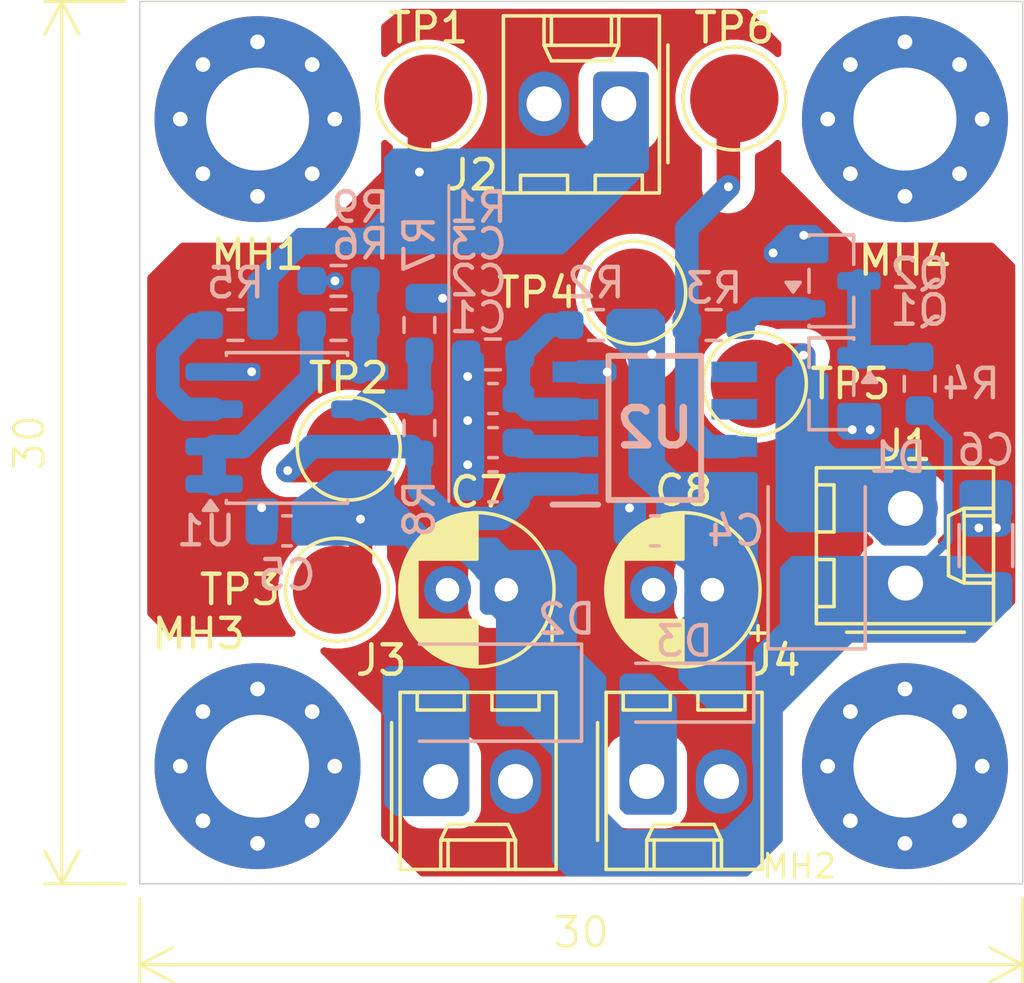
<source format=kicad_pcb>
(kicad_pcb (version 20241229) (generator "pcbnew") (generator_version "9.0")
  (layers (0 "F.Cu" signal) (2 "B.Cu" signal) (13 "F.Paste" user) (15 "B.Paste" user) (5 "F.SilkS" user "F.Silkscreen") (7 "B.SilkS" user "B.Silkscreen") (1 "F.Mask" user) (3 "B.Mask" user) (25 "Edge.Cuts" user))
  (net 0 "")
  (net 1 "CONTROL")
  (net 2 "GND")
  (net 3 "+5V")
  (net 4 "+12V")
  (net 5 "Net-(D1-A)")
  (net 6 "Net-(D2-A)")
  (net 7 "Net-(D3-A)")
  (net 8 "TH")
  (net 9 "Net-(Q1-C)")
  (net 10 "Net-(Q1-B)")
  (net 11 "Net-(U1A-+)")
  (net 12 "Net-(U1A--)")
  (net 13 "Net-(U1B-+)")
  (net 14 "Net-(U1B--)")
  (net 15 "Net-(U2-CF)")
  (net 16 "Net-(U2-VAS)")
  (net 17 "Net-(U2-VOUT)")
  (footprint "Connector_Molex:Molex_KK-254_AE-6410-02A_1x02_P2.54mm_Vertical" (layer "F.Cu") (at 150.225 96.52)
    (property "Reference" "J3" (at -2.025 -4.12 0) (layer "F.SilkS"))
    (property "Value" "Conn_01x02")
    (pad "1" thru_hole roundrect (at 0 0) (size 1.74 2.19) (drill 1.19) (layers "*.Cu" "*.Mask") (roundrect_rratio 0.143678) (net 6 "Net-(D2-A)"))
    (pad "2" thru_hole oval (at 2.54 0) (size 1.74 2.19) (drill 1.19) (layers "*.Cu" "*.Mask") (net 2 "GND"))
  )
  (footprint "MountingHole:MountingHole_3.5mm_Pad_Via" (layer "F.Cu") (at 144 96)
    (property "Reference" "MH3" (at -2 -4.5 0) (layer "F.SilkS"))
    (property "Value" "MH")
    (pad "1" thru_hole circle (at -2.625 0) (size 0.8 0.8) (drill 0.5) (layers "*.Cu" "*.Mask"))
    (pad "1" thru_hole circle (at -1.856155 -1.856155) (size 0.8 0.8) (drill 0.5) (layers "*.Cu" "*.Mask"))
    (pad "1" thru_hole circle (at -1.856155 1.856155) (size 0.8 0.8) (drill 0.5) (layers "*.Cu" "*.Mask"))
    (pad "1" thru_hole circle (at 0 -2.625) (size 0.8 0.8) (drill 0.5) (layers "*.Cu" "*.Mask"))
    (pad "1" thru_hole circle (at 0 0) (size 7 7) (drill 3.5) (layers "*.Cu" "*.Mask"))
    (pad "1" thru_hole circle (at 0 2.625) (size 0.8 0.8) (drill 0.5) (layers "*.Cu" "*.Mask"))
    (pad "1" thru_hole circle (at 1.856155 -1.856155) (size 0.8 0.8) (drill 0.5) (layers "*.Cu" "*.Mask"))
    (pad "1" thru_hole circle (at 1.856155 1.856155) (size 0.8 0.8) (drill 0.5) (layers "*.Cu" "*.Mask"))
    (pad "1" thru_hole circle (at 2.625 0) (size 0.8 0.8) (drill 0.5) (layers "*.Cu" "*.Mask"))
  )
  (footprint "MountingHole:MountingHole_3.5mm_Pad_Via" (layer "F.Cu") (at 144 74)
    (property "Reference" "MH1" (at 0 4.6 0) (layer "F.SilkS"))
    (property "Value" "MH")
    (pad "1" thru_hole circle (at -2.625 0) (size 0.8 0.8) (drill 0.5) (layers "*.Cu" "*.Mask"))
    (pad "1" thru_hole circle (at -1.856155 -1.856155) (size 0.8 0.8) (drill 0.5) (layers "*.Cu" "*.Mask"))
    (pad "1" thru_hole circle (at -1.856155 1.856155) (size 0.8 0.8) (drill 0.5) (layers "*.Cu" "*.Mask"))
    (pad "1" thru_hole circle (at 0 -2.625) (size 0.8 0.8) (drill 0.5) (layers "*.Cu" "*.Mask"))
    (pad "1" thru_hole circle (at 0 0) (size 7 7) (drill 3.5) (layers "*.Cu" "*.Mask"))
    (pad "1" thru_hole circle (at 0 2.625) (size 0.8 0.8) (drill 0.5) (layers "*.Cu" "*.Mask"))
    (pad "1" thru_hole circle (at 1.856155 -1.856155) (size 0.8 0.8) (drill 0.5) (layers "*.Cu" "*.Mask"))
    (pad "1" thru_hole circle (at 1.856155 1.856155) (size 0.8 0.8) (drill 0.5) (layers "*.Cu" "*.Mask"))
    (pad "1" thru_hole circle (at 2.625 0) (size 0.8 0.8) (drill 0.5) (layers "*.Cu" "*.Mask"))
  )
  (footprint "TestPoint:TestPoint_Pad_D3.0mm" (layer "F.Cu") (at 146.7 90)
    (property "Reference" "TP3" (at -3.3 0 0) (layer "F.SilkS"))
    (property "Value" "+12V")
    (pad "1" smd circle (at 0 0) (size 3 3) (layers "F.Cu" "F.Mask") (net 4 "+12V"))
  )
  (footprint "TestPoint:TestPoint_Pad_D3.0mm" (layer "F.Cu") (at 156.8 79.9)
    (property "Reference" "TP4" (at -3.3 0 0) (layer "F.SilkS"))
    (property "Value" "+5V")
    (pad "1" smd circle (at 0 0) (size 3 3) (layers "F.Cu" "F.Mask") (net 3 "+5V"))
  )
  (footprint "MountingHole:MountingHole_3.5mm_Pad_Via" (layer "F.Cu") (at 166 96)
    (property "Reference" "MH2" (at -3.6 3.4 0) (layer "F.SilkS") (effects (font (size 0.8 0.8) (thickness 0.1) (bold yes))))
    (property "Value" "MH")
    (pad "1" thru_hole circle (at -2.625 0) (size 0.8 0.8) (drill 0.5) (layers "*.Cu" "*.Mask"))
    (pad "1" thru_hole circle (at -1.856155 -1.856155) (size 0.8 0.8) (drill 0.5) (layers "*.Cu" "*.Mask"))
    (pad "1" thru_hole circle (at -1.856155 1.856155) (size 0.8 0.8) (drill 0.5) (layers "*.Cu" "*.Mask"))
    (pad "1" thru_hole circle (at 0 -2.625) (size 0.8 0.8) (drill 0.5) (layers "*.Cu" "*.Mask"))
    (pad "1" thru_hole circle (at 0 0) (size 7 7) (drill 3.5) (layers "*.Cu" "*.Mask"))
    (pad "1" thru_hole circle (at 0 2.625) (size 0.8 0.8) (drill 0.5) (layers "*.Cu" "*.Mask"))
    (pad "1" thru_hole circle (at 1.856155 -1.856155) (size 0.8 0.8) (drill 0.5) (layers "*.Cu" "*.Mask"))
    (pad "1" thru_hole circle (at 1.856155 1.856155) (size 0.8 0.8) (drill 0.5) (layers "*.Cu" "*.Mask"))
    (pad "1" thru_hole circle (at 2.625 0) (size 0.8 0.8) (drill 0.5) (layers "*.Cu" "*.Mask"))
  )
  (footprint "Connector_Molex:Molex_KK-254_AE-6410-02A_1x02_P2.54mm_Vertical" (layer "F.Cu") (at 166.02 89.775 90)
    (property "Reference" "J1" (at 4.675 0.03 180) (layer "F.SilkS"))
    (property "Value" "Conn_01x02")
    (pad "1" thru_hole roundrect (at 0 0 90) (size 1.74 2.19) (drill 1.19) (layers "*.Cu" "*.Mask") (roundrect_rratio 0.143678) (net 4 "+12V"))
    (pad "2" thru_hole oval (at 2.54 0 90) (size 1.74 2.19) (drill 1.19) (layers "*.Cu" "*.Mask") (net 5 "Net-(D1-A)"))
  )
  (footprint "TestPoint:TestPoint_Pad_D3.0mm" (layer "F.Cu") (at 160.9 83)
    (property "Reference" "TP5" (at 3.25 0 0) (layer "F.SilkS"))
    (property "Value" "EMITTER")
    (pad "1" smd circle (at 0 0) (size 3 3) (layers "F.Cu" "F.Mask") (net 5 "Net-(D1-A)"))
  )
  (footprint "Connector_Molex:Molex_KK-254_AE-6410-02A_1x02_P2.54mm_Vertical" (layer "F.Cu") (at 157.225 96.52)
    (property "Reference" "J4" (at 4.375 -4.12 0) (layer "F.SilkS"))
    (property "Value" "Conn_01x02")
    (pad "1" thru_hole roundrect (at 0 0) (size 1.74 2.19) (drill 1.19) (layers "*.Cu" "*.Mask") (roundrect_rratio 0.143678) (net 7 "Net-(D3-A)"))
    (pad "2" thru_hole oval (at 2.54 0) (size 1.74 2.19) (drill 1.19) (layers "*.Cu" "*.Mask") (net 2 "GND"))
  )
  (footprint "TestPoint:TestPoint_Pad_D3.0mm" (layer "F.Cu") (at 160.2 73.3)
    (property "Reference" "TP6" (at 0 -2.398 0) (layer "F.SilkS"))
    (property "Value" "PWM")
    (pad "1" smd circle (at 0 0) (size 3 3) (layers "F.Cu" "F.Mask") (net 17 "Net-(U2-VOUT)"))
  )
  (footprint "Connector_Molex:Molex_KK-254_AE-6410-02A_1x02_P2.54mm_Vertical" (layer "F.Cu") (at 156.275 73.48 180)
    (property "Reference" "J2" (at 4.975 -2.42 0) (layer "F.SilkS"))
    (property "Value" "Conn_01x02")
    (pad "1" thru_hole roundrect (at 0 0 180) (size 1.74 2.19) (drill 1.19) (layers "*.Cu" "*.Mask") (roundrect_rratio 0.143678) (net 8 "TH"))
    (pad "2" thru_hole oval (at 2.54 0 180) (size 1.74 2.19) (drill 1.19) (layers "*.Cu" "*.Mask") (net 2 "GND"))
  )
  (footprint "MountingHole:MountingHole_3.5mm_Pad_Via" (layer "F.Cu") (at 166 74)
    (property "Reference" "MH4" (at 0 4.8 0) (layer "F.SilkS"))
    (property "Value" "MH")
    (pad "1" thru_hole circle (at -2.625 0) (size 0.8 0.8) (drill 0.5) (layers "*.Cu" "*.Mask"))
    (pad "1" thru_hole circle (at -1.856155 -1.856155) (size 0.8 0.8) (drill 0.5) (layers "*.Cu" "*.Mask"))
    (pad "1" thru_hole circle (at -1.856155 1.856155) (size 0.8 0.8) (drill 0.5) (layers "*.Cu" "*.Mask"))
    (pad "1" thru_hole circle (at 0 -2.625) (size 0.8 0.8) (drill 0.5) (layers "*.Cu" "*.Mask"))
    (pad "1" thru_hole circle (at 0 0) (size 7 7) (drill 3.5) (layers "*.Cu" "*.Mask"))
    (pad "1" thru_hole circle (at 0 2.625) (size 0.8 0.8) (drill 0.5) (layers "*.Cu" "*.Mask"))
    (pad "1" thru_hole circle (at 1.856155 -1.856155) (size 0.8 0.8) (drill 0.5) (layers "*.Cu" "*.Mask"))
    (pad "1" thru_hole circle (at 1.856155 1.856155) (size 0.8 0.8) (drill 0.5) (layers "*.Cu" "*.Mask"))
    (pad "1" thru_hole circle (at 2.625 0) (size 0.8 0.8) (drill 0.5) (layers "*.Cu" "*.Mask"))
  )
  (footprint "TestPoint:TestPoint_Pad_D3.0mm" (layer "F.Cu") (at 149.8 73.3)
    (property "Reference" "TP1" (at 0 -2.398 0) (layer "F.SilkS"))
    (property "Value" "TH")
    (pad "1" smd circle (at 0 0) (size 3 3) (layers "F.Cu" "F.Mask") (net 8 "TH"))
  )
  (footprint "TestPoint:TestPoint_Pad_D3.0mm" (layer "F.Cu") (at 147.1 85.2)
    (property "Reference" "TP2" (at 0 -2.398 0) (layer "F.SilkS"))
    (property "Value" "CONTROL")
    (pad "1" smd circle (at 0 0) (size 3 3) (layers "F.Cu" "F.Mask") (net 1 "CONTROL"))
  )
  (footprint "Capacitor_THT:CP_Radial_D5.0mm_P2.00mm" (layer "F.Cu") (at 159.455113 90 180)
    (property "Reference" "C8" (at 0.975113 3.37 0) (layer "F.SilkS"))
    (property "Value" "10UF/50V")
    (pad "1" thru_hole roundrect (at 0 0 180) (size 1.6 1.6) (drill 0.8) (layers "*.Cu" "*.Mask") (roundrect_rratio 0.15625) (net 3 "+5V"))
    (pad "2" thru_hole circle (at 2 0 180) (size 1.6 1.6) (drill 0.8) (layers "*.Cu" "*.Mask") (net 2 "GND"))
  )
  (footprint "Capacitor_THT:CP_Radial_D5.0mm_P2.00mm" (layer "F.Cu") (at 152.455112 90 180)
    (property "Reference" "C7" (at 0.935112 3.32 0) (layer "F.SilkS"))
    (property "Value" "10UF/50V")
    (pad "1" thru_hole roundrect (at 0 0 180) (size 1.6 1.6) (drill 0.8) (layers "*.Cu" "*.Mask") (roundrect_rratio 0.15625) (net 4 "+12V"))
    (pad "2" thru_hole circle (at 2 0 180) (size 1.6 1.6) (drill 0.8) (layers "*.Cu" "*.Mask") (net 2 "GND"))
  )
  (footprint "Diode_SMD:D_SOD-123" (layer "B.Cu") (at 158.5 93.5 180)
    (property "Reference" "D3" (at 0 1.75 0) (layer "B.SilkS") (effects (justify mirror)))
    (property "Value" "1N4148W")
    (pad "1" smd roundrect (at -1.65 0 180) (size 0.9 1.2) (layers "B.Cu" "B.Mask" "B.Paste") (net 3 "+5V"))
    (pad "2" smd roundrect (at 1.65 0 180) (size 0.9 1.2) (layers "B.Cu" "B.Mask" "B.Paste") (net 7 "Net-(D3-A)"))
  )
  (footprint "Resistor_SMD:R_0603_1608Metric_Pad0.98x0.95mm_HandSolder" (layer "B.Cu") (at 143.25 81 180)
    (property "Reference" "R5" (at 0 1.43 0) (layer "B.SilkS") (effects (justify mirror)))
    (property "Value" "R")
    (pad "1" smd roundrect (at -0.9125 0 180) (size 0.975 0.95) (layers "B.Cu" "B.Mask" "B.Paste") (net 8 "TH"))
    (pad "2" smd roundrect (at 0.9125 0 180) (size 0.975 0.95) (layers "B.Cu" "B.Mask" "B.Paste") (net 11 "Net-(U1A-+)"))
  )
  (footprint "Resistor_SMD:R_0603_1608Metric_Pad0.98x0.95mm_HandSolder" (layer "B.Cu") (at 155.5 81 180)
    (property "Reference" "R2" (at 0 1.43 0) (layer "B.SilkS") (effects (justify mirror)))
    (property "Value" "R")
    (pad "1" smd roundrect (at -0.9125 0 180) (size 0.975 0.95) (layers "B.Cu" "B.Mask" "B.Paste") (net 3 "+5V"))
    (pad "2" smd roundrect (at 0.9125 0 180) (size 0.975 0.95) (layers "B.Cu" "B.Mask" "B.Paste") (net 16 "Net-(U2-VAS)"))
  )
  (footprint "Package_SO:SOIC-8_3.9x4.9mm_P1.27mm" (layer "B.Cu") (at 145 84.5)
    (property "Reference" "U1" (at -2.75 3.5 0) (layer "B.SilkS") (effects (justify mirror)))
    (property "Value" "LM358")
    (pad "1" smd roundrect (at -2.475 1.905) (size 1.95 0.6) (layers "B.Cu" "B.Mask" "B.Paste") (net 12 "Net-(U1A--)"))
    (pad "2" smd roundrect (at -2.475 0.635) (size 1.95 0.6) (layers "B.Cu" "B.Mask" "B.Paste") (net 12 "Net-(U1A--)"))
    (pad "3" smd roundrect (at -2.475 -0.635) (size 1.95 0.6) (layers "B.Cu" "B.Mask" "B.Paste") (net 11 "Net-(U1A-+)"))
    (pad "4" smd roundrect (at -2.475 -1.905) (size 1.95 0.6) (layers "B.Cu" "B.Mask" "B.Paste") (net 2 "GND"))
    (pad "5" smd roundrect (at 2.475 -1.905) (size 1.95 0.6) (layers "B.Cu" "B.Mask" "B.Paste") (net 13 "Net-(U1B-+)"))
    (pad "6" smd roundrect (at 2.475 -0.635) (size 1.95 0.6) (layers "B.Cu" "B.Mask" "B.Paste") (net 14 "Net-(U1B--)"))
    (pad "7" smd roundrect (at 2.475 0.635) (size 1.95 0.6) (layers "B.Cu" "B.Mask" "B.Paste") (net 1 "CONTROL"))
    (pad "8" smd roundrect (at 2.475 1.905) (size 1.95 0.6) (layers "B.Cu" "B.Mask" "B.Paste") (net 4 "+12V"))
  )
  (footprint "Resistor_SMD:R_0603_1608Metric_Pad0.98x0.95mm_HandSolder" (layer "B.Cu") (at 146.75 81)
    (property "Reference" "R6" (at 0.75 -2.75 0) (layer "B.SilkS") (effects (justify mirror)))
    (property "Value" "R")
    (pad "1" smd roundrect (at -0.9125 0) (size 0.975 0.95) (layers "B.Cu" "B.Mask" "B.Paste") (net 12 "Net-(U1A--)"))
    (pad "2" smd roundrect (at 0.9125 0) (size 0.975 0.95) (layers "B.Cu" "B.Mask" "B.Paste") (net 13 "Net-(U1B-+)"))
  )
  (footprint "Capacitor_SMD:C_0603_1608Metric_Pad1.08x0.95mm_HandSolder" (layer "B.Cu") (at 152 83.5 180)
    (property "Reference" "C3" (at 0.5 5.25 0) (layer "B.SilkS") (effects (justify mirror)))
    (property "Value" "C")
    (pad "1" smd roundrect (at -0.8625 0 180) (size 1.075 0.95) (layers "B.Cu" "B.Mask" "B.Paste") (net 16 "Net-(U2-VAS)"))
    (pad "2" smd roundrect (at 0.8625 0 180) (size 1.075 0.95) (layers "B.Cu" "B.Mask" "B.Paste") (net 2 "GND"))
  )
  (footprint "Package_TO_SOT_SMD:SOT-23" (layer "B.Cu") (at 163.5 83 180)
    (property "Reference" "Q2" (at -3 3.75 0) (layer "B.SilkS") (effects (justify mirror)))
    (property "Value" "BC817")
    (pad "1" smd roundrect (at -0.9375 0.95 180) (size 1.475 0.6) (layers "B.Cu" "B.Mask" "B.Paste") (net 9 "Net-(Q1-C)"))
    (pad "2" smd roundrect (at -0.9375 -0.95 180) (size 1.475 0.6) (layers "B.Cu" "B.Mask" "B.Paste") (net 2 "GND"))
    (pad "3" smd roundrect (at 0.9375 0 180) (size 1.475 0.6) (layers "B.Cu" "B.Mask" "B.Paste") (net 5 "Net-(D1-A)"))
  )
  (footprint "Resistor_SMD:R_0603_1608Metric_Pad0.98x0.95mm_HandSolder" (layer "B.Cu") (at 149.5 81 90)
    (property "Reference" "R7" (at 2.75 0 90) (layer "B.SilkS") (effects (justify mirror)))
    (property "Value" "R")
    (pad "1" smd roundrect (at -0.9125 0 90) (size 0.975 0.95) (layers "B.Cu" "B.Mask" "B.Paste") (net 14 "Net-(U1B--)"))
    (pad "2" smd roundrect (at 0.9125 0 90) (size 0.975 0.95) (layers "B.Cu" "B.Mask" "B.Paste") (net 2 "GND"))
  )
  (footprint "Resistor_SMD:R_0603_1608Metric_Pad0.98x0.95mm_HandSolder" (layer "B.Cu") (at 152 82 180)
    (property "Reference" "R1" (at 0.5 5 0) (layer "B.SilkS") (effects (justify mirror)))
    (property "Value" "R")
    (pad "1" smd roundrect (at -0.9125 0 180) (size 0.975 0.95) (layers "B.Cu" "B.Mask" "B.Paste") (net 16 "Net-(U2-VAS)"))
    (pad "2" smd roundrect (at 0.9125 0 180) (size 0.975 0.95) (layers "B.Cu" "B.Mask" "B.Paste") (net 2 "GND"))
  )
  (footprint "Diode_SMD:D_SMA" (layer "B.Cu") (at 151.5 93.5 180)
    (property "Reference" "D2" (at -3 2.5 0) (layer "B.SilkS") (effects (justify mirror)))
    (property "Value" "US1M")
    (pad "1" smd roundrect (at -2 0 180) (size 2.5 1.8) (layers "B.Cu" "B.Mask" "B.Paste") (roundrect_rratio 0.1388888889) (net 4 "+12V"))
    (pad "2" smd roundrect (at 2 0 180) (size 2.5 1.8) (layers "B.Cu" "B.Mask" "B.Paste") (roundrect_rratio 0.1388888889) (net 6 "Net-(D2-A)"))
  )
  (footprint "Capacitor_SMD:C_0603_1608Metric_Pad1.08x0.95mm_HandSolder" (layer "B.Cu") (at 152 85 180)
    (property "Reference" "C2" (at 0.5 5.5 0) (layer "B.SilkS") (effects (justify mirror)))
    (property "Value" "C")
    (pad "1" smd roundrect (at -0.8625 0 180) (size 1.075 0.95) (layers "B.Cu" "B.Mask" "B.Paste") (net 15 "Net-(U2-CF)"))
    (pad "2" smd roundrect (at 0.8625 0 180) (size 1.075 0.95) (layers "B.Cu" "B.Mask" "B.Paste") (net 2 "GND"))
  )
  (footprint "Capacitor_SMD:C_0603_1608Metric_Pad1.08x0.95mm_HandSolder" (layer "B.Cu") (at 152 86.5 180)
    (property "Reference" "C1" (at 0.5 5.75 0) (layer "B.SilkS") (effects (justify mirror)))
    (property "Value" "C")
    (pad "1" smd roundrect (at -0.8625 0 180) (size 1.075 0.95) (layers "B.Cu" "B.Mask" "B.Paste") (net 1 "CONTROL"))
    (pad "2" smd roundrect (at 0.8625 0 180) (size 1.075 0.95) (layers "B.Cu" "B.Mask" "B.Paste") (net 2 "GND"))
  )
  (footprint "Diode_SMD:D_SMA" (layer "B.Cu") (at 163 88.5 90)
    (property "Reference" "D1" (at 3 2.75 0) (layer "B.SilkS") (effects (justify mirror)))
    (property "Value" "US1M")
    (pad "1" smd roundrect (at -2 0 90) (size 2.5 1.8) (layers "B.Cu" "B.Mask" "B.Paste") (roundrect_rratio 0.1388888889) (net 4 "+12V"))
    (pad "2" smd roundrect (at 2 0 90) (size 2.5 1.8) (layers "B.Cu" "B.Mask" "B.Paste") (roundrect_rratio 0.1388888889) (net 5 "Net-(D1-A)"))
  )
  (footprint "Capacitor_SMD:C_0603_1608Metric_Pad1.08x0.95mm_HandSolder" (layer "B.Cu") (at 157.5 88 180)
    (property "Reference" "C4" (at -2.75 0 0) (layer "B.SilkS") (effects (justify mirror)))
    (property "Value" "C")
    (pad "1" smd roundrect (at -0.8625 0 180) (size 1.075 0.95) (layers "B.Cu" "B.Mask" "B.Paste") (net 3 "+5V"))
    (pad "2" smd roundrect (at 0.8625 0 180) (size 1.075 0.95) (layers "B.Cu" "B.Mask" "B.Paste") (net 2 "GND"))
  )
  (footprint "Package_TO_SOT_SMD:SOT-23" (layer "B.Cu") (at 163.5 79.5)
    (property "Reference" "Q1" (at 3 1 0) (layer "B.SilkS") (effects (justify mirror)))
    (property "Value" "BC817")
    (pad "1" smd roundrect (at -0.9375 0.95) (size 1.475 0.6) (layers "B.Cu" "B.Mask" "B.Paste") (net 10 "Net-(Q1-B)"))
    (pad "2" smd roundrect (at -0.9375 -0.95) (size 1.475 0.6) (layers "B.Cu" "B.Mask" "B.Paste") (net 2 "GND"))
    (pad "3" smd roundrect (at 0.9375 0) (size 1.475 0.6) (layers "B.Cu" "B.Mask" "B.Paste") (net 9 "Net-(Q1-C)"))
  )
  (footprint "Resistor_SMD:R_0603_1608Metric_Pad0.98x0.95mm_HandSolder" (layer "B.Cu") (at 166.5 83 -90)
    (property "Reference" "R4" (at 0 -1.75 0) (layer "B.SilkS") (effects (justify mirror)))
    (property "Value" "R")
    (pad "1" smd roundrect (at -0.9125 0 270) (size 0.975 0.95) (layers "B.Cu" "B.Mask" "B.Paste") (net 9 "Net-(Q1-C)"))
    (pad "2" smd roundrect (at 0.9125 0 270) (size 0.975 0.95) (layers "B.Cu" "B.Mask" "B.Paste") (net 4 "+12V"))
  )
  (footprint "Capacitor_SMD:C_0603_1608Metric_Pad1.08x0.95mm_HandSolder" (layer "B.Cu") (at 145 88 180)
    (property "Reference" "C5" (at 0 -1.5 0) (layer "B.SilkS") (effects (justify mirror)))
    (property "Value" "C")
    (pad "1" smd roundrect (at -0.8625 0 180) (size 1.075 0.95) (layers "B.Cu" "B.Mask" "B.Paste") (net 4 "+12V"))
    (pad "2" smd roundrect (at 0.8625 0 180) (size 1.075 0.95) (layers "B.Cu" "B.Mask" "B.Paste") (net 2 "GND"))
  )
  (footprint "Resistor_SMD:R_0603_1608Metric_Pad0.98x0.95mm_HandSolder" (layer "B.Cu") (at 149.5 84.5 -90)
    (property "Reference" "R8" (at 2.75 0 90) (layer "B.SilkS") (effects (justify mirror)))
    (property "Value" "R")
    (pad "1" smd roundrect (at -0.9125 0 270) (size 0.975 0.95) (layers "B.Cu" "B.Mask" "B.Paste") (net 14 "Net-(U1B--)"))
    (pad "2" smd roundrect (at 0.9125 0 270) (size 0.975 0.95) (layers "B.Cu" "B.Mask" "B.Paste") (net 1 "CONTROL"))
  )
  (footprint "Capacitor_SMD:C_1206_3216Metric_Pad1.33x1.80mm_HandSolder" (layer "B.Cu") (at 168.75 88.5 90)
    (property "Reference" "C6" (at 3.25 0 0) (layer "B.SilkS") (effects (justify mirror)))
    (property "Value" "C")
    (pad "1" smd roundrect (at -1.5625 0 90) (size 1.325 1.8) (layers "B.Cu" "B.Mask" "B.Paste") (roundrect_rratio 0.188679) (net 4 "+12V"))
    (pad "2" smd roundrect (at 1.5625 0 90) (size 1.325 1.8) (layers "B.Cu" "B.Mask" "B.Paste") (roundrect_rratio 0.188679) (net 2 "GND"))
  )
  (footprint "PCB:SOIC127P600X175-8N" (layer "B.Cu") (at 157.5 84.5)
    (property "Reference" "U2" (at 0 0 180) (layer "B.SilkS") (effects (font (size 1.27 1.27) (thickness 0.254)) (justify mirror)))
    (property "Value" "TC648BEOA" (hide yes))
    (pad "1" smd rect (at -2.7 1.905 270) (size 0.7 1.55) (layers "B.Cu" "B.Mask" "B.Paste") (net 1 "CONTROL"))
    (pad "2" smd rect (at -2.7 0.635 270) (size 0.7 1.55) (layers "B.Cu" "B.Mask" "B.Paste") (net 15 "Net-(U2-CF)"))
    (pad "3" smd rect (at -2.7 -0.635 270) (size 0.7 1.55) (layers "B.Cu" "B.Mask" "B.Paste") (net 16 "Net-(U2-VAS)"))
    (pad "4" smd rect (at -2.7 -1.905 270) (size 0.7 1.55) (layers "B.Cu" "B.Mask" "B.Paste") (net 2 "GND"))
    (pad "5" smd rect (at 2.7 -1.905 270) (size 0.7 1.55) (layers "B.Cu" "B.Mask" "B.Paste"))
    (pad "6" smd rect (at 2.7 -0.635 270) (size 0.7 1.55) (layers "B.Cu" "B.Mask" "B.Paste"))
    (pad "7" smd rect (at 2.7 0.635 270) (size 0.7 1.55) (layers "B.Cu" "B.Mask" "B.Paste") (net 17 "Net-(U2-VOUT)"))
    (pad "8" smd rect (at 2.7 1.905 270) (size 0.7 1.55) (layers "B.Cu" "B.Mask" "B.Paste") (net 3 "+5V"))
  )
  (footprint "Resistor_SMD:R_0603_1608Metric_Pad0.98x0.95mm_HandSolder" (layer "B.Cu") (at 159.5 81)
    (property "Reference" "R3" (at 0 -1.25 0) (layer "B.SilkS") (effects (justify mirror)))
    (property "Value" "R")
    (pad "1" smd roundrect (at -0.9125 0) (size 0.975 0.95) (layers "B.Cu" "B.Mask" "B.Paste") (net 17 "Net-(U2-VOUT)"))
    (pad "2" smd roundrect (at 0.9125 0) (size 0.975 0.95) (layers "B.Cu" "B.Mask" "B.Paste") (net 10 "Net-(Q1-B)"))
  )
  (footprint "Resistor_SMD:R_0603_1608Metric_Pad0.98x0.95mm_HandSolder" (layer "B.Cu") (at 146.75 79.5 180)
    (property "Reference" "R9" (at -0.75 2.5 0) (layer "B.SilkS") (effects (justify mirror)))
    (property "Value" "R")
    (pad "1" smd roundrect (at -0.9125 0 180) (size 0.975 0.95) (layers "B.Cu" "B.Mask" "B.Paste") (net 13 "Net-(U1B-+)"))
    (pad "2" smd roundrect (at 0.9125 0 180) (size 0.975 0.95) (layers "B.Cu" "B.Mask" "B.Paste") (net 2 "GND"))
  )
  (gr_line (start 150.5 87) (end 150.5 76.25) (stroke (width 0.1)) (layer "B.SilkS"))
  (gr_line (start 140 100) (end 140 70) (stroke (width 0.05)) (layer "Edge.Cuts"))
  (gr_line (start 140 70) (end 170 70) (stroke (width 0.05)) (layer "Edge.Cuts"))
  (gr_line (start 170 70) (end 170 100) (stroke (width 0.05)) (layer "Edge.Cuts"))
  (gr_line (start 170 100) (end 140 100) (stroke (width 0.05)) (layer "Edge.Cuts"))
  (dimension (type orthogonal) (layer "F.SilkS") (pts (xy 140 100) (xy 140 70)) (height -2.65) (orientation 1) (format (prefix "") (suffix "") (units 3) (units_format 0) (precision 4) (suppress_zeroes yes)) (style (thickness 0.1) (arrow_length 1.27) (text_position_mode 0) (arrow_direction outward) (extension_height 0.58642) (extension_offset 0.5) (keep_text_aligned yes)) (gr_text "30" (at 136.25 85 90) (layer "F.SilkS") (effects (font (size 1 1) (thickness 0.1)))))
  (dimension (type orthogonal) (layer "F.SilkS") (pts (xy 140 100) (xy 170 100)) (height 2.75) (orientation 0) (format (prefix "") (suffix "") (units 3) (units_format 0) (precision 4) (suppress_zeroes yes)) (style (thickness 0.1) (arrow_length 1.27) (text_position_mode 0) (arrow_direction outward) (extension_height 0.58642) (extension_offset 0.5) (keep_text_aligned yes)) (gr_text "30" (at 155 101.65 0) (layer "F.SilkS") (effects (font (size 1 1) (thickness 0.1)))))
  (segment (start 145.025 85.95) (end 146.35 85.95) (width 0.8) (layer "F.Cu") (net 1))
  (segment (start 146.35 85.95) (end 147.1 85.2) (width 0.8) (layer "F.Cu") (net 1))
  (via (at 145.025 85.95) (size 0.6) (drill 0.3) (layers "F.Cu" "B.Cu") (net 1))
  (segment (start 147.475 85.135) (end 147.9 85.135) (width 0.8) (layer "B.Cu") (net 1))
  (segment (start 149.5 86.592398) (end 149.5 85.4125) (width 0.8) (layer "B.Cu") (net 1))
  (segment (start 149.5 85.4125) (end 149.2225 85.135) (width 0.8) (layer "B.Cu") (net 1))
  (segment (start 145.84 85.135) (end 145.025 85.95) (width 0.8) (layer "B.Cu") (net 1))
  (segment (start 154.8 86.405) (end 152.9575 86.405) (width 0.8) (layer "B.Cu") (net 1))
  (segment (start 147.475 85.135) (end 145.84 85.135) (width 0.8) (layer "B.Cu") (net 1))
  (segment (start 152.2615 87.576) (end 150.483602 87.576) (width 0.8) (layer "B.Cu") (net 1))
  (segment (start 150.483602 87.576) (end 149.5 86.592398) (width 0.8) (layer "B.Cu") (net 1))
  (segment (start 149.2225 85.135) (end 147.475 85.135) (width 0.8) (layer "B.Cu") (net 1))
  (segment (start 152.8625 86.5) (end 152.8625 86.975) (width 0.8) (layer "B.Cu") (net 1))
  (segment (start 152.8625 86.975) (end 152.2615 87.576) (width 0.8) (layer "B.Cu") (net 1))
  (segment (start 152.9575 86.405) (end 152.8625 86.5) (width 0.8) (layer "B.Cu") (net 1))
  (via (at 168.51 87.9) (size 0.6) (drill 0.3) (layers "F.Cu" "B.Cu") (net 2))
  (via (at 164.82 84.56) (size 0.6) (drill 0.3) (layers "F.Cu" "B.Cu") (net 2))
  (via (at 150.29 80.09) (size 0.6) (drill 0.3) (layers "F.Cu" "B.Cu") (net 2))
  (via (at 155.88 82.6) (size 0.6) (drill 0.3) (layers "F.Cu" "B.Cu") (net 2))
  (via (at 146.63 79.5) (size 0.6) (drill 0.3) (layers "F.Cu" "B.Cu") (net 2))
  (via (at 169.11 87.9) (size 0.6) (drill 0.3) (layers "F.Cu" "B.Cu") (net 2))
  (via (at 162.56 77.95) (size 0.6) (drill 0.3) (layers "F.Cu" "B.Cu") (net 2))
  (via (at 144.14 87.21) (size 0.6) (drill 0.3) (layers "F.Cu" "B.Cu") (net 2))
  (via (at 156.64 87.22) (size 0.6) (drill 0.3) (layers "F.Cu" "B.Cu") (net 2))
  (via (at 164.21 84.56) (size 0.6) (drill 0.3) (layers "F.Cu" "B.Cu") (net 2))
  (via (at 151.14 84.25) (size 0.6) (drill 0.3) (layers "F.Cu" "B.Cu") (net 2))
  (via (at 161.52 78.55) (size 0.6) (drill 0.3) (layers "F.Cu" "B.Cu") (net 2))
  (via (at 151.14 85.75) (size 0.6) (drill 0.3) (layers "F.Cu" "B.Cu") (net 2))
  (via (at 143.8 82.59) (size 0.6) (drill 0.3) (layers "F.Cu" "B.Cu") (net 2))
  (via (at 151.14 82.75) (size 0.6) (drill 0.3) (layers "F.Cu" "B.Cu") (net 2))
  (segment (start 145.8375 79.5) (end 146.63 79.5) (width 0.3) (layer "B.Cu") (net 2))
  (segment (start 157.4 80.5) (end 156.8 79.9) (width 0.8) (layer "F.Cu") (net 3))
  (segment (start 157.4 81.9875) (end 157.4 80.5) (width 0.8) (layer "F.Cu") (net 3))
  (via (at 157.4 81.9875) (size 0.5) (drill 0.3) (layers "F.Cu" "B.Cu") (net 3))
  (segment (start 158.3625 88) (end 158.605 88) (width 0.8) (layer "B.Cu") (net 3))
  (segment (start 160.15 93.5) (end 160.15 90.694887) (width 0.8) (layer "B.Cu") (net 3))
  (segment (start 158.605 88) (end 160.2 86.405) (width 0.8) (layer "B.Cu") (net 3))
  (segment (start 159.455113 89.092613) (end 158.3625 88) (width 0.8) (layer "B.Cu") (net 3))
  (segment (start 156.4125 81) (end 157.4 81.9875) (width 0.8) (layer "B.Cu") (net 3))
  (segment (start 157.4 81.9875) (end 157.4 85.9) (width 0.8) (layer "B.Cu") (net 3))
  (segment (start 159.455113 90) (end 159.455113 89.092613) (width 0.8) (layer "B.Cu") (net 3))
  (segment (start 158.3625 86.8625) (end 158.3625 88) (width 0.8) (layer "B.Cu") (net 3))
  (segment (start 157.4 85.9) (end 158.3625 86.8625) (width 0.8) (layer "B.Cu") (net 3))
  (segment (start 160.15 90.694887) (end 159.455113 90) (width 0.8) (layer "B.Cu") (net 3))
  (segment (start 147.5 89.2) (end 146.7 90) (width 0.8) (layer "F.Cu") (net 4))
  (segment (start 147.5 87.6) (end 147.5 89.2) (width 0.8) (layer "F.Cu") (net 4))
  (via (at 147.5 87.6) (size 0.5) (drill 0.3) (layers "F.Cu" "B.Cu") (net 4))
  (segment (start 145.88 88) (end 147.475 86.405) (width 0.8) (layer "B.Cu") (net 4))
  (segment (start 156 98.999) (end 155 97.999) (width 1) (layer "B.Cu") (net 4))
  (segment (start 155 95.75) (end 153.5 94.25) (width 1) (layer "B.Cu") (net 4))
  (segment (start 167.466 84.8785) (end 166.5 83.9125) (width 0.3) (layer "B.Cu") (net 4))
  (segment (start 147.475 86.405) (end 147.475 87.575) (width 0.8) (layer "B.Cu") (net 4))
  (segment (start 159.73273 98.999) (end 156 98.999) (width 1) (layer "B.Cu") (net 4))
  (segment (start 163 90.5) (end 163 90.75) (width 1) (layer "B.Cu") (net 4))
  (segment (start 167.466 88.329) (end 167.466 84.8785) (width 0.3) (layer "B.Cu") (net 4))
  (segment (start 147.475 87.575) (end 147.5 87.6) (width 0.8) (layer "B.Cu") (net 4))
  (segment (start 153.5 93.5) (end 153.5 91.044888) (width 1) (layer "B.Cu") (net 4))
  (segment (start 161.336 92.414) (end 161.336 97.39573) (width 1) (layer "B.Cu") (net 4))
  (segment (start 149.647 88.577) (end 147.475 86.405) (width 0.8) (layer "B.Cu") (net 4))
  (segment (start 161.336 97.39573) (end 159.73273 98.999) (width 1) (layer "B.Cu") (net 4))
  (segment (start 166.02 89.775) (end 167.466 88.329) (width 0.3) (layer "B.Cu") (net 4))
  (segment (start 151.032112 88.577) (end 149.647 88.577) (width 0.8) (layer "B.Cu") (net 4))
  (segment (start 168.75 90.0625) (end 163.4375 90.0625) (width 1) (layer "B.Cu") (net 4))
  (segment (start 155 97.999) (end 155 95.75) (width 1) (layer "B.Cu") (net 4))
  (segment (start 163 90.75) (end 161.336 92.414) (width 1) (layer "B.Cu") (net 4))
  (segment (start 153.5 91.044888) (end 152.455112 90) (width 1) (layer "B.Cu") (net 4))
  (segment (start 163.4375 90.0625) (end 163 90.5) (width 1) (layer "B.Cu") (net 4))
  (segment (start 145.8625 88) (end 145.88 88) (width 0.8) (layer "B.Cu") (net 4))
  (segment (start 152.455112 90) (end 151.032112 88.577) (width 0.8) (layer "B.Cu") (net 4))
  (segment (start 153.5 94.25) (end 153.5 93.5) (width 1) (layer "B.Cu") (net 4))
  (segment (start 161.875 82.025) (end 160.9 83) (width 0.8) (layer "F.Cu") (net 5))
  (segment (start 162.55 82.025) (end 161.875 82.025) (width 0.8) (layer "F.Cu") (net 5))
  (via (at 162.55 82.025) (size 0.6) (drill 0.3) (layers "F.Cu" "B.Cu") (net 5))
  (segment (start 162.5625 84.9375) (end 162.5625 83) (width 0.8) (layer "B.Cu") (net 5))
  (segment (start 162.5 85) (end 162.5625 84.9375) (width 0.8) (layer "B.Cu") (net 5))
  (segment (start 162.5625 83) (end 162.5625 82.0375) (width 0.8) (layer "B.Cu") (net 5))
  (segment (start 163 85.5) (end 162.5 85) (width 0.8) (layer "B.Cu") (net 5))
  (segment (start 163 86.5) (end 163 85.5) (width 0.8) (layer "B.Cu") (net 5))
  (segment (start 162.5625 83) (end 162.55 82.9875) (width 0.8) (layer "B.Cu") (net 5))
  (segment (start 163.735 87.235) (end 163 86.5) (width 0.8) (layer "B.Cu") (net 5))
  (segment (start 162.5625 82.0375) (end 162.55 82.025) (width 0.8) (layer "B.Cu") (net 5))
  (segment (start 166.02 87.235) (end 163.735 87.235) (width 0.8) (layer "B.Cu") (net 5))
  (segment (start 157.225 93.875) (end 156.85 93.5) (width 1) (layer "B.Cu") (net 7))
  (segment (start 157.225 96.52) (end 157.225 93.875) (width 1) (layer "B.Cu") (net 7))
  (segment (start 149.5 73.6) (end 149.8 73.3) (width 0.8) (layer "F.Cu") (net 8))
  (segment (start 149.5 75.8) (end 149.5 73.6) (width 0.8) (layer "F.Cu") (net 8))
  (via (at 149.5 75.8) (size 0.6) (drill 0.3) (layers "F.Cu" "B.Cu") (net 8))
  (segment (start 145.556602 78.101) (end 149.5 78.101) (width 0.8) (layer "B.Cu") (net 8))
  (segment (start 153.499 78.101) (end 156.275 75.325) (width 0.8) (layer "B.Cu") (net 8))
  (segment (start 144.1625 81) (end 144.1625 79.495102) (width 0.8) (layer "B.Cu") (net 8))
  (segment (start 156.275 75.325) (end 156.275 73.48) (width 0.8) (layer "B.Cu") (net 8))
  (segment (start 149.5 78.101) (end 149.5 75.8) (width 0.8) (layer "B.Cu") (net 8))
  (segment (start 149.5 78.101) (end 153.499 78.101) (width 0.8) (layer "B.Cu") (net 8))
  (segment (start 144.1625 79.495102) (end 145.556602 78.101) (width 0.8) (layer "B.Cu") (net 8))
  (segment (start 164.4375 82.05) (end 164.4375 79.5) (width 0.8) (layer "B.Cu") (net 9))
  (segment (start 164.475 82.0875) (end 164.4375 82.05) (width 0.8) (layer "B.Cu") (net 9))
  (segment (start 166.5 82.0875) (end 164.475 82.0875) (width 0.8) (layer "B.Cu") (net 9))
  (segment (start 162.5625 80.45) (end 160.9625 80.45) (width 0.8) (layer "B.Cu") (net 10))
  (segment (start 160.9625 80.45) (end 160.4125 81) (width 0.8) (layer "B.Cu") (net 10))
  (segment (start 141.85 81) (end 140.949 81.901) (width 0.8) (layer "B.Cu") (net 11))
  (segment (start 141.550001 83.865) (end 142.525 83.865) (width 0.8) (layer "B.Cu") (net 11))
  (segment (start 140.949 81.901) (end 140.949 83.263999) (width 0.8) (layer "B.Cu") (net 11))
  (segment (start 140.949 83.263999) (end 141.550001 83.865) (width 0.8) (layer "B.Cu") (net 11))
  (segment (start 142.3375 81) (end 141.85 81) (width 0.8) (layer "B.Cu") (net 11))
  (segment (start 143.499999 85.135) (end 145.8375 82.797499) (width 0.8) (layer "B.Cu") (net 12))
  (segment (start 142.525 85.135) (end 143.499999 85.135) (width 0.8) (layer "B.Cu") (net 12))
  (segment (start 142.525 85.135) (end 142.525 86.405) (width 0.8) (layer "B.Cu") (net 12))
  (segment (start 145.8375 82.797499) (end 145.8375 81) (width 0.8) (layer "B.Cu") (net 12))
  (segment (start 147.6625 82.4075) (end 147.475 82.595) (width 0.8) (layer "B.Cu") (net 13))
  (segment (start 147.6625 81) (end 147.6625 82.4075) (width 0.8) (layer "B.Cu") (net 13))
  (segment (start 147.6625 81) (end 147.6625 79.5) (width 0.8) (layer "B.Cu") (net 13))
  (segment (start 147.7525 83.5875) (end 147.475 83.865) (width 0.8) (layer "B.Cu") (net 14))
  (segment (start 149.5 83.5875) (end 149.5 81.9125) (width 0.8) (layer "B.Cu") (net 14))
  (segment (start 149.5 83.5875) (end 147.7525 83.5875) (width 0.8) (layer "B.Cu") (net 14))
  (segment (start 154.8 85.135) (end 152.9975 85.135) (width 0.8) (layer "B.Cu") (net 15))
  (segment (start 152.9975 85.135) (end 152.8625 85) (width 0.8) (layer "B.Cu") (net 15))
  (segment (start 153.9125 81) (end 152.9125 82) (width 0.8) (layer "B.Cu") (net 16))
  (segment (start 154.8 83.865) (end 153.2275 83.865) (width 0.8) (layer "B.Cu") (net 16))
  (segment (start 152.8625 82.05) (end 152.9125 82) (width 0.8) (layer "B.Cu") (net 16))
  (segment (start 154.5875 81) (end 153.9125 81) (width 0.8) (layer "B.Cu") (net 16))
  (segment (start 152.8625 83.5) (end 152.8625 82.05) (width 0.8) (layer "B.Cu") (net 16))
  (segment (start 153.2275 83.865) (end 152.8625 83.5) (width 0.8) (layer "B.Cu") (net 16))
  (segment (start 160 73.5) (end 160.2 73.3) (width 0.8) (layer "F.Cu") (net 17))
  (segment (start 160 76.3) (end 160 73.5) (width 0.8) (layer "F.Cu") (net 17))
  (via (at 160 76.3) (size 0.6) (drill 0.3) (layers "F.Cu" "B.Cu") (net 17))
  (segment (start 158.5875 81) (end 158.5875 77.7125) (width 0.8) (layer "B.Cu") (net 17))
  (segment (start 159.335 85.135) (end 160.2 85.135) (width 0.8) (layer "B.Cu") (net 17))
  (segment (start 158.5875 81) (end 158.5875 84.3875) (width 0.8) (layer "B.Cu") (net 17))
  (segment (start 158.5875 77.7125) (end 160 76.3) (width 0.8) (layer "B.Cu") (net 17))
  (segment (start 158.5875 84.3875) (end 159.335 85.135) (width 0.8) (layer "B.Cu") (net 17))
  (zone (net 2) (net_name "GND") (layer "F.Cu") (connect_pads yes (clearance 0.5)) (min_thickness 0.25) (fill yes (thermal_gap 0.5) (thermal_bridge_width 0.5))
    (polygon (pts (xy 170 79.2) (xy 169 78.2) (xy 164.2 78.2) (xy 161.8 75.8) (xy 161.8 71.4) (xy 160.4 70) (xy 149.2 70) (xy 148.2 70.8) (xy 148.2 75.8) (xy 145.800936 78.199064) (xy 145.8 78.2) (xy 145.80257 78.19743) (xy 145.8 78.2) (xy 141.4 78.2) (xy 140 79.6) (xy 140 90.6) (xy 141 91.6) (xy 145.6 91.6) (xy 148.2 94.2) (xy 148.2 98.4) (xy 149.8 100) (xy 160.4 100) (xy 161.8 98.6) (xy 161.8 94) (xy 161.8 94.2) (xy 164.2 91.8) (xy 168.4 91.8) (xy 170 90.2)))
  )
  (zone (net 8) (net_name "TH") (layer "B.Cu") (priority 11) (connect_pads yes (clearance 0.25)) (min_thickness 0.25) (fill yes (thermal_gap 0.5) (thermal_bridge_width 0.5))
    (polygon (pts (xy 156.3 73.45) (xy 155.4 73.45) (xy 155.4 74.7) (xy 155.1 75) (xy 148.6 75) (xy 148.3 75.3) (xy 148.3 77) (xy 147.6 77.7) (xy 145.35 77.7) (xy 143.65 79.4) (xy 143.65 81.35) (xy 143.8 81.5) (xy 144.5 81.5) (xy 144.7 81.3) (xy 144.7 79.55) (xy 145.65 78.6) (xy 154.4 78.6) (xy 154.7 78.3) (xy 157.3 75.7) (xy 157.3 72.5) (xy 157.2 72.4) (xy 156.3 72.4)))
  )
  (zone (net 2) (net_name "GND") (layer "B.Cu") (priority 8) (connect_pads yes (clearance 0.25)) (min_thickness 0.25) (fill yes (thermal_gap 0.5) (thermal_bridge_width 0.5))
    (polygon (pts (xy 156.1 88) (xy 156.1 87.1) (xy 156.3 86.9) (xy 157 86.9) (xy 157.2 87.1) (xy 157.2 87.9) (xy 157.1 88)))
  )
  (zone (net 2) (net_name "GND") (layer "B.Cu") (priority 5) (connect_pads yes (clearance 0.25)) (min_thickness 0.25) (fill yes (thermal_gap 0.5) (thermal_bridge_width 0.5))
    (polygon (pts (xy 164.4 84) (xy 163.7 84) (xy 163.7 84.7) (xy 163.9 84.9) (xy 165 84.9) (xy 165.2 84.7) (xy 165.2 83.8) (xy 165.1 83.7) (xy 164.4 83.7)))
  )
  (zone (net 2) (net_name "GND") (layer "B.Cu") (priority 7) (connect_pads yes (clearance 0.25)) (min_thickness 0.25) (fill yes (thermal_gap 0.5) (thermal_bridge_width 0.5))
    (polygon (pts (xy 154.8 82.2) (xy 156 82.2) (xy 156.2 82.4) (xy 156.2 82.8) (xy 156 83) (xy 154.8 83)))
  )
  (zone (net 2) (net_name "GND") (layer "B.Cu") (priority 6) (connect_pads yes (clearance 0.25)) (min_thickness 0.25) (fill yes (thermal_gap 0.5) (thermal_bridge_width 0.5))
    (polygon (pts (xy 149.5 80.1) (xy 149.5 79.6) (xy 150.5 79.6) (xy 150.6 79.7) (xy 150.6 80.5) (xy 150.5 80.6) (xy 149.3 80.6) (xy 149.2 80.5) (xy 149.2 80.1)))
  )
  (zone (net 4) (net_name "+12V") (layer "B.Cu") (priority 12) (connect_pads yes (clearance 0.25)) (min_thickness 0.25) (fill yes (thermal_gap 0.5) (thermal_bridge_width 0.5))
    (polygon (pts (xy 168.75 90.05) (xy 168.75 89.4) (xy 168.2 88.85) (xy 162.15 88.85) (xy 161.75 89.25) (xy 161.75 91.15) (xy 160.8 92.1) (xy 160.8 97.2) (xy 159.85 98.15) (xy 156.45 98.15) (xy 155.9 97.6) (xy 155.85 95.1) (xy 155.85 92.95) (xy 154.85 91.95) (xy 154.85 89.2) (xy 154.3 88.65) (xy 152.55 88.65) (xy 152.25 88.35) (xy 152.15 88.2) (xy 152.1 88.15) (xy 150 88.15) (xy 148.65 86.8) (xy 148.65 86.1) (xy 148.5 85.95) (xy 146.6 85.95) (xy 145.8 86.55) (xy 145.45 86.8) (xy 145.15 87) (xy 145.15 88.3) (xy 145.35 88.5) (xy 149 88.5) (xy 149.5 89) (xy 150.85 89) (xy 151.55 89.7) (xy 151.55 90.7) (xy 151.7 90.85) (xy 152.5 90.85) (xy 151.95 90.85) (xy 152.1 91) (xy 152.1 94.5) (xy 152.25 94.65) (xy 153 94.65) (xy 154 95.65) (xy 154 99.25) (xy 154.5 99.75) (xy 160.65 99.75) (xy 161.85 98.55) (xy 161.85 94.15) (xy 164.2 91.8) (xy 168.4 91.8) (xy 169.6 90.6) (xy 169.6 90.05)))
  )
  (zone (net 2) (net_name "GND") (layer "B.Cu") (priority 9) (connect_pads yes (clearance 0.25)) (min_thickness 0.25) (fill yes (thermal_gap 0.5) (thermal_bridge_width 0.5))
    (polygon (pts (xy 151.1 82) (xy 150.6 82) (xy 150.6 86.5) (xy 151.6 86.5) (xy 151.7 86.4) (xy 151.7 82) (xy 151.5 81.9) (xy 151.1 81.9)))
  )
  (zone (net 2) (net_name "GND") (layer "B.Cu") (priority 1) (connect_pads yes (clearance 0.5)) (min_thickness 0.25) (fill yes (thermal_gap 0.5) (thermal_bridge_width 0.5))
    (polygon (pts (xy 163.3 78.9) (xy 161.4 78.9) (xy 161.2 78.7) (xy 161.2 78.4) (xy 162 77.6) (xy 163 77.6) (xy 163.4 78) (xy 163.4 78.8)))
  )
  (zone (net 2) (net_name "GND") (layer "B.Cu") (priority 4) (connect_pads yes (clearance 0.25)) (min_thickness 0.25) (fill yes (thermal_gap 0.5) (thermal_bridge_width 0.5))
    (polygon (pts (xy 144.1 88) (xy 143.6 88) (xy 143.6 86.9) (xy 144.7 86.9) (xy 144.7 88) (xy 144.6 88.1) (xy 144.1 88.1)))
  )
  (zone (net 3) (net_name "+5V") (layer "B.Cu") (priority 14) (connect_pads yes (clearance 0.25)) (min_thickness 0.25) (fill yes (thermal_gap 0.5) (thermal_bridge_width 0.5))
    (polygon (pts (xy 160.15 94.1) (xy 159.35 94.1) (xy 158.3 93.05) (xy 158.3 91.1) (xy 158.5 90.9) (xy 158.5 89.35) (xy 158.4 89.25) (xy 158.25 89.15) (xy 157.55 88.45) (xy 157.55 87) (xy 157.1 86.6) (xy 156.6 86.15) (xy 156.6 82.2) (xy 155.85 81.45) (xy 155.85 80.7) (xy 156.1 80.45) (xy 157.55 80.45) (xy 157.85 80.75) (xy 157.85 85.6) (xy 158.25 86) (xy 160.95 86) (xy 161 86.05) (xy 161 91.35) (xy 160.6 91.75) (xy 160.6 94) (xy 160.5 94.1)))
  )
  (zone (net 5) (net_name "Net-(D1-A)") (layer "B.Cu") (priority 13) (connect_pads yes (clearance 0.25)) (min_thickness 0.25) (fill yes (thermal_gap 0.5) (thermal_bridge_width 0.5))
    (polygon (pts (xy 167.15 87.25) (xy 167.15 86) (xy 166.35 85.2) (xy 163.65 85.2) (xy 163.4 84.95) (xy 163.4 82.7) (xy 163.15 82.45) (xy 162 82.4) (xy 161.6 82.8) (xy 161.6 87.65) (xy 161.95 88) (xy 162 88.05) (xy 164.8 88.05) (xy 165.25 88.5) (xy 166.7 88.5) (xy 167.15 88.05)))
  )
  (zone (net 6) (net_name "Net-(D2-A)") (layer "B.Cu") (priority 2) (connect_pads yes (clearance 0.5)) (min_thickness 0.25) (fill yes (thermal_gap 0.5) (thermal_bridge_width 0.5))
    (polygon (pts (xy 149.5 93.5) (xy 148.3 93.5) (xy 148.3 97.3) (xy 148.7 97.7) (xy 151 97.7) (xy 151.2 97.5) (xy 151.2 93.1) (xy 150.7 92.6) (xy 149.5 92.6)))
  )
  (zone (net 7) (net_name "Net-(D3-A)") (layer "B.Cu") (priority 15) (connect_pads yes (clearance 0.25)) (min_thickness 0.25) (fill yes (thermal_gap 0.5) (thermal_bridge_width 0.5))
    (polygon (pts (xy 157.25 97.65) (xy 156.5 97.65) (xy 156.3 97.45) (xy 156.3 93) (xy 156.45 92.85) (xy 157.4 92.85) (xy 158.25 93.7) (xy 158.25 97.5) (xy 158.1 97.65)))
  )
  (zone (net 2) (net_name "GND") (layer "B.Cu") (priority 10) (connect_pads yes (clearance 0.25)) (min_thickness 0.25) (fill yes (thermal_gap 0.5) (thermal_bridge_width 0.5))
    (polygon (pts (xy 142.6 82.3) (xy 144 82.3) (xy 144.1 82.4) (xy 144.1 82.8) (xy 144 82.9) (xy 142.6 82.9)))
  )
  (zone (net 2) (net_name "GND") (layer "B.Cu") (priority 3) (connect_pads yes (clearance 0.25)) (min_thickness 0.25) (fill yes (thermal_gap 0.5) (thermal_bridge_width 0.5))
    (polygon (pts (xy 167.9 86.9) (xy 167.9 88) (xy 168.1 88.2) (xy 169.4 88.2) (xy 169.6 88) (xy 169.6 86.9)))
  )
)
</source>
